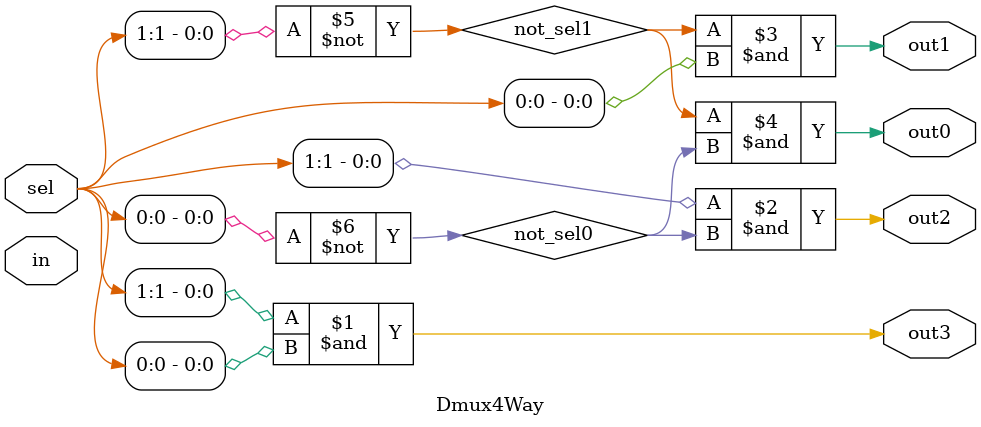
<source format=v>
module Dmux4Way(output out3, output out2, output out1, output out0, input [1:0] sel, input in);
//declaring temps
wire not_sel0;
wire not_sel1;
//modelling the circuit
not(not_sel1,sel[1]);
not(not_sel0,sel[0]);
and(out3,sel[1],sel[0]);
and(out2,sel[1],not_sel0);
and(out1,not_sel1,sel[0]);
and(out0,not_sel1,not_sel0);
endmodule

</source>
